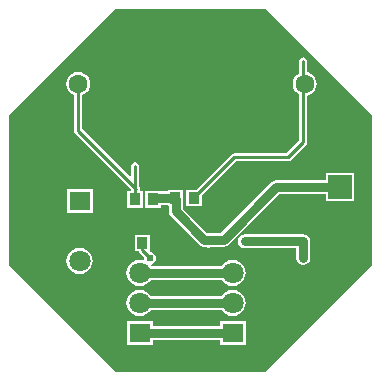
<source format=gbr>
%TF.GenerationSoftware,Altium Limited,Altium Designer,21.2.1 (34)*%
G04 Layer_Physical_Order=2*
G04 Layer_Color=16711680*
%FSLAX26Y26*%
%MOIN*%
%TF.SameCoordinates,9B619AE5-86D3-421A-82E6-E0B3A417AA1F*%
%TF.FilePolarity,Positive*%
%TF.FileFunction,Copper,L2,Bot,Signal*%
%TF.Part,Single*%
G01*
G75*
%TA.AperFunction,SMDPad,CuDef*%
%ADD10R,0.036614X0.038583*%
%TA.AperFunction,Conductor*%
%ADD18C,0.010000*%
%ADD19C,0.030000*%
%TA.AperFunction,ComponentPad*%
%ADD22C,0.062992*%
%ADD23C,0.078740*%
%ADD24R,0.078740X0.078740*%
%ADD25R,0.070866X0.062000*%
%ADD26C,0.070866*%
%TA.AperFunction,ViaPad*%
%ADD27C,0.024000*%
G36*
X4235000Y2520000D02*
Y2020000D01*
X3880000Y1665000D01*
X3380000D01*
X3025000Y2020000D01*
Y2520000D01*
X3380000Y2875000D01*
X3880000D01*
X4235000Y2520000D01*
D02*
G37*
%LPC*%
G36*
X4005000Y2713255D02*
X3999928Y2712246D01*
X3995628Y2709372D01*
X3992754Y2705072D01*
X3991745Y2700000D01*
Y2660189D01*
X3990082Y2659500D01*
X3981831Y2653169D01*
X3975500Y2644918D01*
X3971521Y2635311D01*
X3970163Y2625000D01*
X3971521Y2614689D01*
X3975500Y2605082D01*
X3981831Y2596831D01*
X3990082Y2590500D01*
X3991745Y2589811D01*
Y2435490D01*
X3949510Y2393255D01*
X3775315D01*
X3770242Y2392246D01*
X3765942Y2389372D01*
X3648909Y2272339D01*
X3648838Y2272291D01*
X3614008D01*
Y2217709D01*
X3666622D01*
Y2252562D01*
X3780805Y2366745D01*
X3955000D01*
X3960072Y2367754D01*
X3964372Y2370628D01*
X4014372Y2420628D01*
X4017246Y2424928D01*
X4018255Y2430000D01*
Y2586250D01*
X4020311Y2586521D01*
X4029918Y2590500D01*
X4038169Y2596831D01*
X4044500Y2605082D01*
X4048479Y2614689D01*
X4049837Y2625000D01*
X4048479Y2635311D01*
X4044500Y2644918D01*
X4038169Y2653169D01*
X4029918Y2659500D01*
X4020311Y2663479D01*
X4018255Y2663750D01*
Y2700000D01*
X4017246Y2705072D01*
X4014372Y2709372D01*
X4010072Y2712246D01*
X4005000Y2713255D01*
D02*
G37*
G36*
X3255275Y2664837D02*
X3244965Y2663479D01*
X3235357Y2659500D01*
X3227106Y2653169D01*
X3220775Y2644918D01*
X3216796Y2635311D01*
X3215438Y2625000D01*
X3216796Y2614689D01*
X3220775Y2605082D01*
X3227106Y2596831D01*
X3235357Y2590500D01*
X3242020Y2587740D01*
Y2469330D01*
X3243029Y2464257D01*
X3245903Y2459957D01*
X3431430Y2274429D01*
Y2267291D01*
X3418378D01*
Y2212709D01*
X3470992D01*
Y2267291D01*
X3465779D01*
X3462417Y2272291D01*
X3462940Y2274920D01*
X3461931Y2279992D01*
X3459058Y2284292D01*
X3457940Y2285410D01*
Y2349920D01*
X3456931Y2354992D01*
X3454058Y2359292D01*
X3449758Y2362165D01*
X3444685Y2363174D01*
X3439613Y2362165D01*
X3435313Y2359292D01*
X3432439Y2354992D01*
X3431430Y2349920D01*
Y2318452D01*
X3426811Y2316539D01*
X3268530Y2474820D01*
Y2587740D01*
X3275193Y2590500D01*
X3283444Y2596831D01*
X3289775Y2605082D01*
X3293754Y2614689D01*
X3295112Y2625000D01*
X3293754Y2635311D01*
X3289775Y2644918D01*
X3283444Y2653169D01*
X3275193Y2659500D01*
X3265586Y2663479D01*
X3255275Y2664837D01*
D02*
G37*
G36*
X3303433Y2274000D02*
X3216567D01*
Y2196000D01*
X3303433D01*
Y2274000D01*
D02*
G37*
G36*
X4176370Y2328370D02*
X4081630D01*
Y2304451D01*
X3916000D01*
X3907026Y2302666D01*
X3899418Y2297582D01*
X3730286Y2128451D01*
X3684714D01*
X3603451Y2209714D01*
Y2217709D01*
X3605992D01*
Y2272291D01*
X3553378D01*
Y2268451D01*
X3505315D01*
X3499487Y2267291D01*
X3479008D01*
Y2212709D01*
X3531622D01*
Y2221549D01*
X3553378D01*
Y2217709D01*
X3556549D01*
Y2200000D01*
X3558334Y2191026D01*
X3563418Y2183418D01*
X3658418Y2088418D01*
X3666026Y2083334D01*
X3675000Y2081549D01*
X3681614D01*
X3682196Y2081160D01*
X3690000Y2079608D01*
X3697804Y2081160D01*
X3698386Y2081549D01*
X3740000D01*
X3748974Y2083334D01*
X3756582Y2088418D01*
X3925714Y2257549D01*
X4081630D01*
Y2233630D01*
X4176370D01*
Y2328370D01*
D02*
G37*
G36*
X3495677Y2122291D02*
X3443063D01*
Y2067709D01*
X3456641D01*
X3457124Y2065281D01*
X3459997Y2060981D01*
X3474720Y2046258D01*
X3474470Y2045000D01*
X3475244Y2041109D01*
X3471699Y2037666D01*
X3470889Y2037374D01*
X3460000Y2038808D01*
X3448662Y2037315D01*
X3438096Y2032939D01*
X3429023Y2025977D01*
X3422061Y2016904D01*
X3417685Y2006338D01*
X3416192Y1995000D01*
X3417685Y1983662D01*
X3422061Y1973096D01*
X3429023Y1964023D01*
X3438096Y1957061D01*
X3448662Y1952685D01*
X3460000Y1951192D01*
X3471338Y1952685D01*
X3481904Y1957061D01*
X3490977Y1964023D01*
X3496752Y1971549D01*
X3733248D01*
X3739023Y1964023D01*
X3748096Y1957061D01*
X3758662Y1952685D01*
X3770000Y1951192D01*
X3781338Y1952685D01*
X3791904Y1957061D01*
X3800977Y1964023D01*
X3807939Y1973096D01*
X3812315Y1983662D01*
X3813808Y1995000D01*
X3812315Y2006338D01*
X3807939Y2016904D01*
X3800977Y2025977D01*
X3791904Y2032939D01*
X3781338Y2037315D01*
X3770000Y2038808D01*
X3758662Y2037315D01*
X3748096Y2032939D01*
X3739023Y2025977D01*
X3733248Y2018451D01*
X3500650D01*
X3499309Y2020395D01*
X3501559Y2025940D01*
X3502665Y2026160D01*
X3509281Y2030581D01*
X3513701Y2037196D01*
X3515253Y2045000D01*
X3513701Y2052804D01*
X3509281Y2059419D01*
X3502665Y2063840D01*
X3499348Y2064499D01*
X3495677Y2067709D01*
Y2122291D01*
D02*
G37*
G36*
X4005000Y2123451D02*
X3810000D01*
X3801026Y2121666D01*
X3793418Y2116582D01*
X3788334Y2108974D01*
X3786549Y2100000D01*
X3788334Y2091026D01*
X3793418Y2083418D01*
X3801026Y2078334D01*
X3810000Y2076549D01*
X3981549D01*
Y2045000D01*
X3983334Y2036026D01*
X3988418Y2028418D01*
X3996026Y2023334D01*
X4005000Y2021549D01*
X4013974Y2023334D01*
X4021582Y2028418D01*
X4026666Y2036026D01*
X4028451Y2045000D01*
Y2075000D01*
Y2100000D01*
X4026666Y2108974D01*
X4021582Y2116582D01*
X4013974Y2121666D01*
X4005000Y2123451D01*
D02*
G37*
G36*
X3260000Y2078808D02*
X3248662Y2077315D01*
X3238096Y2072939D01*
X3229023Y2065977D01*
X3222061Y2056904D01*
X3217685Y2046338D01*
X3216192Y2035000D01*
X3217685Y2023662D01*
X3222061Y2013096D01*
X3229023Y2004023D01*
X3238096Y1997061D01*
X3248662Y1992685D01*
X3260000Y1991192D01*
X3271338Y1992685D01*
X3281904Y1997061D01*
X3290977Y2004023D01*
X3297939Y2013096D01*
X3302315Y2023662D01*
X3303808Y2035000D01*
X3302315Y2046338D01*
X3297939Y2056904D01*
X3290977Y2065977D01*
X3281904Y2072939D01*
X3271338Y2077315D01*
X3260000Y2078808D01*
D02*
G37*
G36*
X3770000Y1938808D02*
X3758662Y1937315D01*
X3748096Y1932939D01*
X3739023Y1925977D01*
X3733248Y1918451D01*
X3496752D01*
X3490977Y1925977D01*
X3481904Y1932939D01*
X3471338Y1937315D01*
X3460000Y1938808D01*
X3448662Y1937315D01*
X3438096Y1932939D01*
X3429023Y1925977D01*
X3422061Y1916904D01*
X3417685Y1906338D01*
X3416192Y1895000D01*
X3417685Y1883662D01*
X3422061Y1873096D01*
X3429023Y1864023D01*
X3438096Y1857061D01*
X3448662Y1852685D01*
X3460000Y1851192D01*
X3471338Y1852685D01*
X3481904Y1857061D01*
X3490977Y1864023D01*
X3496752Y1871549D01*
X3733248D01*
X3739023Y1864023D01*
X3748096Y1857061D01*
X3758662Y1852685D01*
X3770000Y1851192D01*
X3781338Y1852685D01*
X3791904Y1857061D01*
X3800977Y1864023D01*
X3807939Y1873096D01*
X3812315Y1883662D01*
X3813808Y1895000D01*
X3812315Y1906338D01*
X3807939Y1916904D01*
X3800977Y1925977D01*
X3791904Y1932939D01*
X3781338Y1937315D01*
X3770000Y1938808D01*
D02*
G37*
G36*
X3813433Y1834000D02*
X3726567D01*
Y1818451D01*
X3503433D01*
Y1834000D01*
X3416567D01*
Y1756000D01*
X3503433D01*
Y1771549D01*
X3726567D01*
Y1756000D01*
X3813433D01*
Y1834000D01*
D02*
G37*
%LPD*%
D10*
X3505315Y2240000D02*
D03*
X3444685D02*
D03*
X3579685Y2245000D02*
D03*
X3640315D02*
D03*
X3469370Y2095000D02*
D03*
X3530000D02*
D03*
D18*
X3494723Y2045000D02*
X3494862D01*
X3469370Y2070353D02*
X3494723Y2045000D01*
X3469370Y2070353D02*
Y2095000D01*
X4005000Y2430000D02*
Y2700000D01*
X3955000Y2380000D02*
X4005000Y2430000D01*
X3775315Y2380000D02*
X3955000D01*
X3655315Y2260984D02*
X3656299D01*
X3775315Y2380000D01*
X3640315Y2245000D02*
Y2245984D01*
X3655315Y2260984D01*
X3255275Y2469330D02*
X3449685Y2274920D01*
X3444685Y2245000D02*
Y2349920D01*
X3255275Y2469330D02*
Y2625000D01*
D19*
X3460000Y1795000D02*
X3770000D01*
X3460000Y1895000D02*
X3770000D01*
X3460000Y1995000D02*
X3770000D01*
X3675000Y2105000D02*
X3740000D01*
X3916000Y2281000D01*
X4129000D01*
X3810000Y2100000D02*
X4005000D01*
Y2075000D02*
Y2100000D01*
Y2045000D02*
Y2075000D01*
X3580000Y2200000D02*
X3675000Y2105000D01*
X3580000Y2200000D02*
Y2240709D01*
X3579685Y2241024D02*
Y2245000D01*
Y2241024D02*
X3580000Y2240709D01*
X3505315Y2245000D02*
X3579685D01*
D22*
X4010000Y1908464D02*
D03*
Y2625000D02*
D03*
X3255275D02*
D03*
Y1908464D02*
D03*
D23*
X4129000Y2181000D02*
D03*
D24*
Y2281000D02*
D03*
D25*
X3460000Y1795000D02*
D03*
X3770000D02*
D03*
X3260000Y2235000D02*
D03*
D26*
X3460000Y1895000D02*
D03*
Y1995000D02*
D03*
X3770000Y1895000D02*
D03*
Y1995000D02*
D03*
X3260000Y2035000D02*
D03*
Y2135000D02*
D03*
D27*
X3494862Y2045000D02*
D03*
X4005000Y2100000D02*
D03*
X3810000D02*
D03*
X4005000Y2075000D02*
D03*
X3885000Y2065000D02*
D03*
X4005000Y2045000D02*
D03*
X3444685Y2245000D02*
D03*
X3690000Y2100000D02*
D03*
X3640315Y2245000D02*
D03*
X3175000Y2505000D02*
D03*
Y2405000D02*
D03*
X3885000Y2155000D02*
D03*
X3450000Y2760000D02*
D03*
%TF.MD5,df36086d35e737e09cb2c9df7f44b512*%
M02*

</source>
